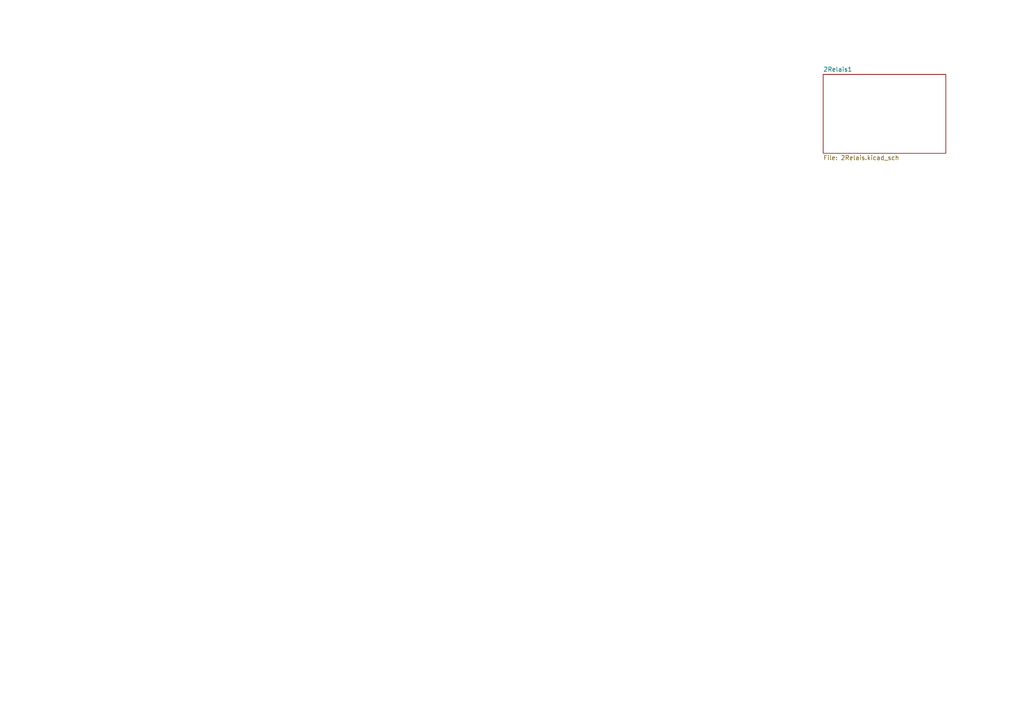
<source format=kicad_sch>
(kicad_sch (version 20211123) (generator eeschema)
  (paper "A4")
  (title_block (title "Relais bis 50V 2A") (date "2022-02-25"))
  (lib_symbols)
  (sheet (at 238.76 21.59) (size 35.56 22.86) (stroke (width 0.1524))
    (property "Sheet name" "2Relais1" (at 238.76 20.8784 0) (effects (justify left bottom)))
    (property "Sheet file" "2Relais.kicad_sch" (at 238.76 45.0346 0) (effects (justify left top)))
  )
)
</source>
